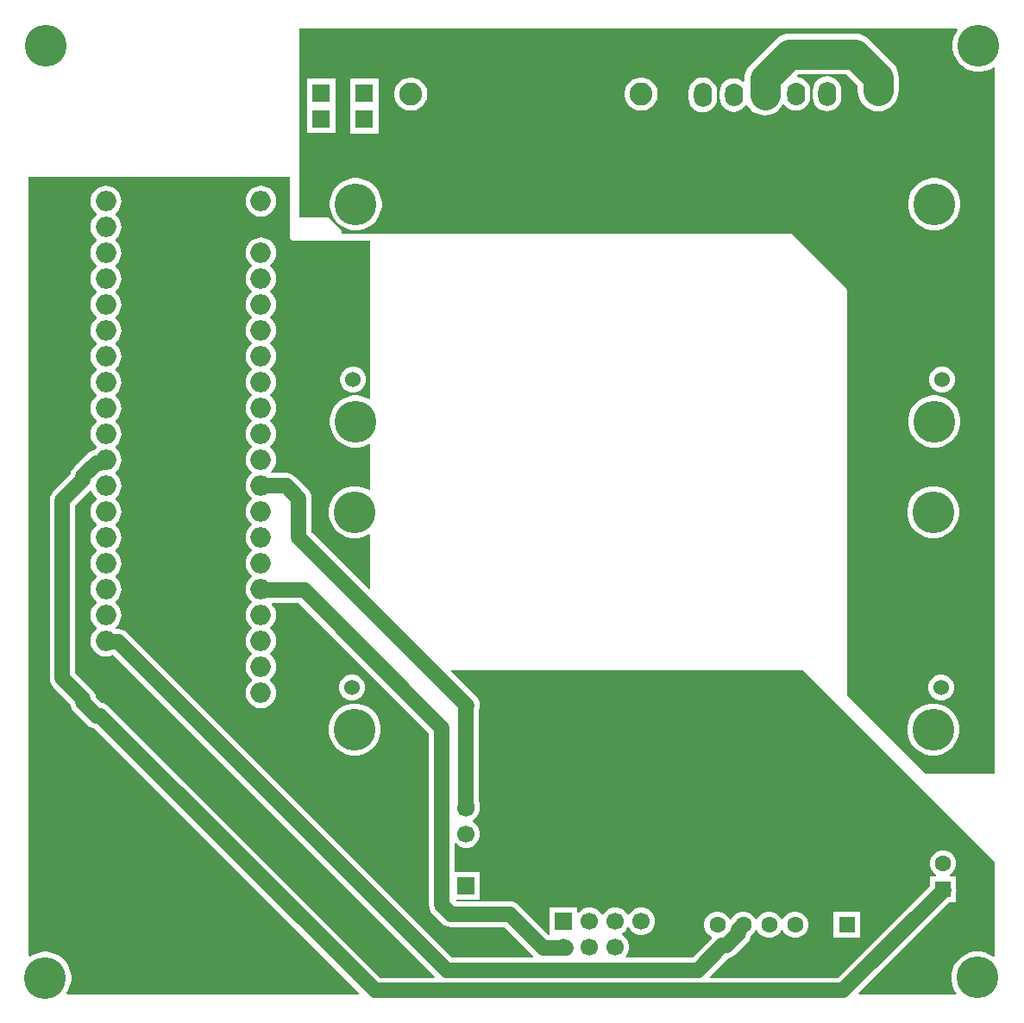
<source format=gtl>
G04*
G04 #@! TF.GenerationSoftware,Altium Limited,Altium Designer,24.9.1 (31)*
G04*
G04 Layer_Physical_Order=1*
G04 Layer_Color=255*
%FSTAX43Y43*%
%MOMM*%
G71*
G04*
G04 #@! TF.SameCoordinates,C11C2FBF-64C9-4446-828B-1E4E51444DE6*
G04*
G04*
G04 #@! TF.FilePolarity,Positive*
G04*
G01*
G75*
%ADD18C,1.500*%
%ADD34C,3.000*%
%ADD35C,1.600*%
%ADD36R,1.600X1.600*%
%ADD37C,1.700*%
%ADD38R,1.700X1.700*%
%ADD39R,1.700X1.700*%
%ADD40C,1.524*%
%ADD41C,4.100*%
%ADD42O,1.778X2.413*%
%ADD43O,1.778X2.286*%
%ADD44C,2.250*%
%ADD45R,1.600X1.600*%
%ADD46C,2.794*%
%ADD47O,2.000X2.000*%
%ADD48R,1.800X1.800*%
%ADD49C,1.270*%
G36*
X005162Y010245D02*
X005188Y010219D01*
X005946D01*
Y0086757D01*
X0059348Y0086697D01*
X0059277Y0086745D01*
X0058813Y0086937D01*
X005832Y0087035D01*
X0057818D01*
X0057325Y0086937D01*
X0056861Y0086745D01*
X0056443Y0086466D01*
X0056088Y0086111D01*
X0055809Y0085693D01*
X0055617Y0085229D01*
X0055519Y0084736D01*
Y0084234D01*
X0055617Y0083741D01*
X0055809Y0083277D01*
X0056088Y0082859D01*
X0056443Y0082504D01*
X0056861Y0082225D01*
X0057325Y0082033D01*
X0057818Y0081935D01*
X005832D01*
X0058813Y0082033D01*
X0059277Y0082225D01*
X0059348Y0082273D01*
X005946Y0082213D01*
Y0077796D01*
X0059348Y0077736D01*
X0059177Y0077851D01*
X0058713Y0078043D01*
X005822Y0078141D01*
X0057718D01*
X0057225Y0078043D01*
X0056761Y0077851D01*
X0056343Y0077572D01*
X0055988Y0077217D01*
X0055709Y0076799D01*
X0055517Y0076335D01*
X0055419Y0075842D01*
Y007534D01*
X0055517Y0074847D01*
X0055709Y0074383D01*
X0055988Y0073965D01*
X0056343Y007361D01*
X0056761Y0073331D01*
X0057225Y0073139D01*
X0057718Y0073041D01*
X005822D01*
X0058713Y0073139D01*
X0059177Y0073331D01*
X0059348Y0073446D01*
X005946Y0073386D01*
Y0068068D01*
X0059343Y0068019D01*
X0053741Y0073621D01*
Y007695D01*
X0053698Y0077276D01*
X0053572Y007758D01*
X0053372Y0077842D01*
X0052141Y0079072D01*
X005188Y0079273D01*
X0051575Y0079399D01*
X0051249Y0079442D01*
X0049761D01*
X0049715Y0079569D01*
X004982Y0079655D01*
X0050008Y0079883D01*
X0050147Y0080144D01*
X0050233Y0080427D01*
X0050262Y0080721D01*
X0050233Y0081015D01*
X0050147Y0081298D01*
X0050008Y0081558D01*
X004982Y0081787D01*
X0049671Y0081909D01*
Y0082073D01*
X004982Y0082195D01*
X0050008Y0082423D01*
X0050147Y0082684D01*
X0050233Y0082967D01*
X0050262Y0083261D01*
X0050233Y0083555D01*
X0050147Y0083838D01*
X0050008Y0084098D01*
X004982Y0084327D01*
X0049671Y0084449D01*
Y0084613D01*
X004982Y0084735D01*
X0050008Y0084963D01*
X0050147Y0085224D01*
X0050233Y0085507D01*
X0050262Y0085801D01*
X0050233Y0086095D01*
X0050147Y0086378D01*
X0050008Y0086638D01*
X004982Y0086867D01*
X0049671Y0086989D01*
Y0087153D01*
X004982Y0087275D01*
X0050008Y0087503D01*
X0050147Y0087764D01*
X0050233Y0088047D01*
X0050262Y0088341D01*
X0050233Y0088635D01*
X0050147Y0088918D01*
X0050008Y0089178D01*
X004982Y0089407D01*
X0049671Y0089529D01*
Y0089693D01*
X004982Y0089815D01*
X0050008Y0090043D01*
X0050147Y0090304D01*
X0050233Y0090587D01*
X0050262Y0090881D01*
X0050233Y0091175D01*
X0050147Y0091458D01*
X0050008Y0091718D01*
X004982Y0091947D01*
X0049671Y0092069D01*
Y0092233D01*
X004982Y0092355D01*
X0050008Y0092583D01*
X0050147Y0092844D01*
X0050233Y0093127D01*
X0050262Y0093421D01*
X0050233Y0093715D01*
X0050147Y0093998D01*
X0050008Y0094258D01*
X004982Y0094487D01*
X0049671Y0094609D01*
Y0094773D01*
X004982Y0094895D01*
X0050008Y0095123D01*
X0050147Y0095384D01*
X0050233Y0095667D01*
X0050262Y0095961D01*
X0050233Y0096255D01*
X0050147Y0096538D01*
X0050008Y0096798D01*
X004982Y0097027D01*
X0049671Y0097149D01*
Y0097313D01*
X004982Y0097435D01*
X0050008Y0097663D01*
X0050147Y0097924D01*
X0050233Y0098207D01*
X0050262Y0098501D01*
X0050233Y0098795D01*
X0050147Y0099078D01*
X0050008Y0099338D01*
X004982Y0099567D01*
X0049671Y0099689D01*
Y0099853D01*
X004982Y0099975D01*
X0050008Y0100203D01*
X0050147Y0100464D01*
X0050233Y0100747D01*
X0050262Y0101041D01*
X0050233Y0101335D01*
X0050147Y0101618D01*
X0050008Y0101878D01*
X004982Y0102107D01*
X0049592Y0102294D01*
X0049331Y0102433D01*
X0049049Y0102519D01*
X0048755Y0102548D01*
X0048461Y0102519D01*
X0048178Y0102433D01*
X0047917Y0102294D01*
X0047689Y0102107D01*
X0047501Y0101878D01*
X0047362Y0101618D01*
X0047276Y0101335D01*
X0047247Y0101041D01*
X0047276Y0100747D01*
X0047362Y0100464D01*
X0047501Y0100203D01*
X0047689Y0099975D01*
X0047838Y0099853D01*
Y0099689D01*
X0047689Y0099567D01*
X0047501Y0099338D01*
X0047362Y0099078D01*
X0047276Y0098795D01*
X0047247Y0098501D01*
X0047276Y0098207D01*
X0047362Y0097924D01*
X0047501Y0097663D01*
X0047689Y0097435D01*
X0047838Y0097313D01*
Y0097149D01*
X0047689Y0097027D01*
X0047501Y0096798D01*
X0047362Y0096538D01*
X0047276Y0096255D01*
X0047247Y0095961D01*
X0047276Y0095667D01*
X0047362Y0095384D01*
X0047501Y0095123D01*
X0047689Y0094895D01*
X0047838Y0094773D01*
Y0094609D01*
X0047689Y0094487D01*
X0047501Y0094258D01*
X0047362Y0093998D01*
X0047276Y0093715D01*
X0047247Y0093421D01*
X0047276Y0093127D01*
X0047362Y0092844D01*
X0047501Y0092583D01*
X0047689Y0092355D01*
X0047838Y0092233D01*
Y0092069D01*
X0047689Y0091947D01*
X0047501Y0091718D01*
X0047362Y0091458D01*
X0047276Y0091175D01*
X0047247Y0090881D01*
X0047276Y0090587D01*
X0047362Y0090304D01*
X0047501Y0090043D01*
X0047689Y0089815D01*
X0047838Y0089693D01*
Y0089529D01*
X0047689Y0089407D01*
X0047501Y0089178D01*
X0047362Y0088918D01*
X0047276Y0088635D01*
X0047247Y0088341D01*
X0047276Y0088047D01*
X0047362Y0087764D01*
X0047501Y0087503D01*
X0047689Y0087275D01*
X0047838Y0087153D01*
Y0086989D01*
X0047689Y0086867D01*
X0047501Y0086638D01*
X0047362Y0086378D01*
X0047276Y0086095D01*
X0047247Y0085801D01*
X0047276Y0085507D01*
X0047362Y0085224D01*
X0047501Y0084963D01*
X0047689Y0084735D01*
X0047838Y0084613D01*
Y0084449D01*
X0047689Y0084327D01*
X0047501Y0084098D01*
X0047362Y0083838D01*
X0047276Y0083555D01*
X0047247Y0083261D01*
X0047276Y0082967D01*
X0047362Y0082684D01*
X0047501Y0082423D01*
X0047689Y0082195D01*
X0047838Y0082073D01*
Y0081909D01*
X0047689Y0081787D01*
X0047501Y0081558D01*
X0047362Y0081298D01*
X0047276Y0081015D01*
X0047247Y0080721D01*
X0047276Y0080427D01*
X0047362Y0080144D01*
X0047501Y0079883D01*
X0047689Y0079655D01*
X0047838Y0079533D01*
Y0079369D01*
X0047689Y0079247D01*
X0047501Y0079018D01*
X0047362Y0078758D01*
X0047276Y0078475D01*
X0047247Y0078181D01*
X0047276Y0077887D01*
X0047362Y0077604D01*
X0047501Y0077343D01*
X0047689Y0077115D01*
X0047838Y0076993D01*
Y0076829D01*
X0047689Y0076707D01*
X0047501Y0076478D01*
X0047362Y0076218D01*
X0047276Y0075935D01*
X0047247Y0075641D01*
X0047276Y0075347D01*
X0047362Y0075064D01*
X0047501Y0074803D01*
X0047689Y0074575D01*
X0047838Y0074453D01*
Y0074289D01*
X0047689Y0074167D01*
X0047501Y0073938D01*
X0047362Y0073678D01*
X0047276Y0073395D01*
X0047247Y0073101D01*
X0047276Y0072807D01*
X0047362Y0072524D01*
X0047501Y0072263D01*
X0047689Y0072035D01*
X0047838Y0071913D01*
Y0071749D01*
X0047689Y0071627D01*
X0047501Y0071398D01*
X0047362Y0071138D01*
X0047276Y0070855D01*
X0047247Y0070561D01*
X0047276Y0070267D01*
X0047362Y0069984D01*
X0047501Y0069723D01*
X0047689Y0069495D01*
X0047838Y0069373D01*
Y0069209D01*
X0047689Y0069087D01*
X0047501Y0068858D01*
X0047362Y0068598D01*
X0047276Y0068315D01*
X0047247Y0068021D01*
X0047276Y0067727D01*
X0047362Y0067444D01*
X0047501Y0067183D01*
X0047689Y0066955D01*
X0047838Y0066833D01*
Y0066669D01*
X0047689Y0066547D01*
X0047501Y0066318D01*
X0047362Y0066058D01*
X0047276Y0065775D01*
X0047247Y0065481D01*
X0047276Y0065187D01*
X0047362Y0064904D01*
X0047501Y0064643D01*
X0047689Y0064415D01*
X0047838Y0064293D01*
Y0064129D01*
X0047689Y0064007D01*
X0047501Y0063778D01*
X0047362Y0063518D01*
X0047276Y0063235D01*
X0047247Y0062941D01*
X0047276Y0062647D01*
X0047362Y0062364D01*
X0047501Y0062103D01*
X0047689Y0061875D01*
X0047838Y0061753D01*
Y0061589D01*
X0047689Y0061467D01*
X0047501Y0061238D01*
X0047362Y0060978D01*
X0047276Y0060695D01*
X0047247Y0060401D01*
X0047276Y0060107D01*
X0047362Y0059824D01*
X0047501Y0059563D01*
X0047689Y0059335D01*
X0047855Y0059198D01*
X0047861Y0059189D01*
Y0059047D01*
X0047855Y0059038D01*
X0047689Y0058901D01*
X0047501Y0058673D01*
X0047362Y0058412D01*
X0047276Y005813D01*
X0047247Y0057835D01*
X0047276Y0057541D01*
X0047362Y0057259D01*
X0047501Y0056998D01*
X0047689Y005677D01*
X0047917Y0056582D01*
X0048178Y0056443D01*
X0048461Y0056357D01*
X0048755Y0056328D01*
X0049049Y0056357D01*
X0049331Y0056443D01*
X0049592Y0056582D01*
X004982Y005677D01*
X0050008Y0056998D01*
X0050147Y0057259D01*
X0050233Y0057541D01*
X0050262Y0057835D01*
X0050233Y005813D01*
X0050147Y0058412D01*
X0050008Y0058673D01*
X004982Y0058901D01*
X0049654Y0059038D01*
X0049649Y0059047D01*
Y0059189D01*
X0049654Y0059198D01*
X004982Y0059335D01*
X0050008Y0059563D01*
X0050147Y0059824D01*
X0050233Y0060107D01*
X0050262Y0060401D01*
X0050233Y0060695D01*
X0050147Y0060978D01*
X0050008Y0061238D01*
X004982Y0061467D01*
X0049671Y0061589D01*
Y0061753D01*
X004982Y0061875D01*
X0050008Y0062103D01*
X0050147Y0062364D01*
X0050233Y0062647D01*
X0050262Y0062941D01*
X0050233Y0063235D01*
X0050147Y0063518D01*
X0050008Y0063778D01*
X004982Y0064007D01*
X0049671Y0064129D01*
Y0064293D01*
X004982Y0064415D01*
X0050008Y0064643D01*
X0050147Y0064904D01*
X0050233Y0065187D01*
X0050262Y0065481D01*
X0050233Y0065775D01*
X0050147Y0066058D01*
X0050008Y0066318D01*
X0049828Y0066537D01*
X0049837Y0066594D01*
X0049863Y0066664D01*
X0052473D01*
X0065259Y0053878D01*
Y0037009D01*
X0065302Y0036682D01*
X0065428Y0036378D01*
X0065628Y0036117D01*
X0066507Y0035238D01*
X0066768Y0035038D01*
X0067072Y0034912D01*
X0067399Y0034869D01*
X0072628D01*
X0075489Y0032008D01*
X0075437Y0031881D01*
X0067485D01*
X003564Y0063726D01*
X0035379Y0063926D01*
X0035075Y0064052D01*
X0034748Y0064095D01*
X0034485D01*
X0034457Y0064118D01*
Y0064282D01*
X0034606Y0064404D01*
X0034793Y0064633D01*
X0034933Y0064893D01*
X0035018Y0065176D01*
X0035047Y006547D01*
X0035018Y0065764D01*
X0034933Y0066047D01*
X0034793Y0066307D01*
X0034606Y0066536D01*
X0034457Y0066658D01*
Y0066822D01*
X0034606Y0066944D01*
X0034793Y0067173D01*
X0034933Y0067433D01*
X0035018Y0067716D01*
X0035047Y006801D01*
X0035018Y0068304D01*
X0034933Y0068587D01*
X0034793Y0068847D01*
X0034606Y0069076D01*
X0034457Y0069198D01*
Y0069362D01*
X0034606Y0069484D01*
X0034793Y0069713D01*
X0034933Y0069973D01*
X0035018Y0070256D01*
X0035047Y007055D01*
X0035018Y0070844D01*
X0034933Y0071127D01*
X0034793Y0071387D01*
X0034606Y0071616D01*
X0034457Y0071738D01*
Y0071902D01*
X0034606Y0072024D01*
X0034793Y0072253D01*
X0034933Y0072513D01*
X0035018Y0072796D01*
X0035047Y007309D01*
X0035018Y0073384D01*
X0034933Y0073667D01*
X0034793Y0073927D01*
X0034606Y0074156D01*
X0034457Y0074278D01*
Y0074442D01*
X0034606Y0074564D01*
X0034793Y0074793D01*
X0034933Y0075053D01*
X0035018Y0075336D01*
X0035047Y007563D01*
X0035018Y0075924D01*
X0034933Y0076207D01*
X0034793Y0076467D01*
X0034606Y0076696D01*
X0034457Y0076818D01*
Y0076982D01*
X0034606Y0077104D01*
X0034793Y0077333D01*
X0034933Y0077593D01*
X0035018Y0077876D01*
X0035047Y007817D01*
X0035018Y0078464D01*
X0034933Y0078747D01*
X0034793Y0079007D01*
X0034606Y0079236D01*
X0034457Y0079358D01*
Y0079522D01*
X0034606Y0079644D01*
X0034793Y0079873D01*
X0034933Y0080133D01*
X0035018Y0080416D01*
X0035047Y008071D01*
X0035018Y0081004D01*
X0034933Y0081287D01*
X0034793Y0081547D01*
X0034606Y0081776D01*
X0034457Y0081898D01*
Y0082062D01*
X0034606Y0082184D01*
X0034793Y0082413D01*
X0034933Y0082673D01*
X0035018Y0082956D01*
X0035047Y008325D01*
X0035018Y0083544D01*
X0034933Y0083827D01*
X0034793Y0084087D01*
X0034606Y0084316D01*
X0034457Y0084438D01*
Y0084602D01*
X0034606Y0084724D01*
X0034793Y0084953D01*
X0034933Y0085213D01*
X0035018Y0085496D01*
X0035047Y008579D01*
X0035018Y0086084D01*
X0034933Y0086367D01*
X0034793Y0086627D01*
X0034606Y0086856D01*
X0034457Y0086978D01*
Y0087142D01*
X0034606Y0087264D01*
X0034793Y0087493D01*
X0034933Y0087753D01*
X0035018Y0088036D01*
X0035047Y008833D01*
X0035018Y0088624D01*
X0034933Y0088907D01*
X0034793Y0089167D01*
X0034606Y0089396D01*
X0034457Y0089518D01*
Y0089682D01*
X0034606Y0089804D01*
X0034793Y0090033D01*
X0034933Y0090293D01*
X0035018Y0090576D01*
X0035047Y009087D01*
X0035018Y0091164D01*
X0034933Y0091447D01*
X0034793Y0091707D01*
X0034606Y0091936D01*
X0034457Y0092058D01*
Y0092222D01*
X0034606Y0092344D01*
X0034793Y0092573D01*
X0034933Y0092833D01*
X0035018Y0093116D01*
X0035047Y009341D01*
X0035018Y0093704D01*
X0034933Y0093987D01*
X0034793Y0094247D01*
X0034606Y0094476D01*
X0034457Y0094598D01*
Y0094762D01*
X0034606Y0094884D01*
X0034793Y0095113D01*
X0034933Y0095373D01*
X0035018Y0095656D01*
X0035047Y009595D01*
X0035018Y0096244D01*
X0034933Y0096527D01*
X0034793Y0096787D01*
X0034606Y0097016D01*
X0034457Y0097138D01*
Y0097302D01*
X0034606Y0097424D01*
X0034793Y0097653D01*
X0034933Y0097913D01*
X0035018Y0098196D01*
X0035047Y009849D01*
X0035018Y0098784D01*
X0034933Y0099067D01*
X0034793Y0099327D01*
X0034606Y0099556D01*
X0034457Y0099678D01*
Y0099842D01*
X0034606Y0099964D01*
X0034793Y0100193D01*
X0034933Y0100453D01*
X0035018Y0100736D01*
X0035047Y010103D01*
X0035018Y0101324D01*
X0034933Y0101607D01*
X0034793Y0101867D01*
X0034606Y0102096D01*
X0034457Y0102218D01*
Y0102382D01*
X0034606Y0102504D01*
X0034793Y0102733D01*
X0034933Y0102993D01*
X0035018Y0103276D01*
X0035047Y010357D01*
X0035018Y0103864D01*
X0034933Y0104147D01*
X0034793Y0104407D01*
X0034606Y0104636D01*
X0034457Y0104758D01*
Y0104922D01*
X0034606Y0105044D01*
X0034793Y0105273D01*
X0034933Y0105533D01*
X0035018Y0105816D01*
X0035047Y010611D01*
X0035018Y0106404D01*
X0034933Y0106687D01*
X0034793Y0106947D01*
X0034606Y0107176D01*
X0034377Y0107363D01*
X0034117Y0107503D01*
X0033834Y0107588D01*
X003354Y0107617D01*
X0033246Y0107588D01*
X0032963Y0107503D01*
X0032703Y0107363D01*
X0032474Y0107176D01*
X0032287Y0106947D01*
X0032147Y0106687D01*
X0032062Y0106404D01*
X0032033Y010611D01*
X0032062Y0105816D01*
X0032147Y0105533D01*
X0032287Y0105273D01*
X0032474Y0105044D01*
X0032623Y0104922D01*
Y0104758D01*
X0032474Y0104636D01*
X0032287Y0104407D01*
X0032147Y0104147D01*
X0032062Y0103864D01*
X0032033Y010357D01*
X0032062Y0103276D01*
X0032147Y0102993D01*
X0032287Y0102733D01*
X0032474Y0102504D01*
X0032623Y0102382D01*
Y0102218D01*
X0032474Y0102096D01*
X0032287Y0101867D01*
X0032147Y0101607D01*
X0032062Y0101324D01*
X0032033Y010103D01*
X0032062Y0100736D01*
X0032147Y0100453D01*
X0032287Y0100193D01*
X0032474Y0099964D01*
X0032623Y0099842D01*
Y0099678D01*
X0032474Y0099556D01*
X0032287Y0099327D01*
X0032147Y0099067D01*
X0032062Y0098784D01*
X0032033Y009849D01*
X0032062Y0098196D01*
X0032147Y0097913D01*
X0032287Y0097653D01*
X0032474Y0097424D01*
X0032623Y0097302D01*
Y0097138D01*
X0032474Y0097016D01*
X0032287Y0096787D01*
X0032147Y0096527D01*
X0032062Y0096244D01*
X0032033Y009595D01*
X0032062Y0095656D01*
X0032147Y0095373D01*
X0032287Y0095113D01*
X0032474Y0094884D01*
X0032623Y0094762D01*
Y0094598D01*
X0032474Y0094476D01*
X0032287Y0094247D01*
X0032147Y0093987D01*
X0032062Y0093704D01*
X0032033Y009341D01*
X0032062Y0093116D01*
X0032147Y0092833D01*
X0032287Y0092573D01*
X0032474Y0092344D01*
X0032623Y0092222D01*
Y0092058D01*
X0032474Y0091936D01*
X0032287Y0091707D01*
X0032147Y0091447D01*
X0032062Y0091164D01*
X0032033Y009087D01*
X0032062Y0090576D01*
X0032147Y0090293D01*
X0032287Y0090033D01*
X0032474Y0089804D01*
X0032623Y0089682D01*
Y0089518D01*
X0032474Y0089396D01*
X0032287Y0089167D01*
X0032147Y0088907D01*
X0032062Y0088624D01*
X0032033Y008833D01*
X0032062Y0088036D01*
X0032147Y0087753D01*
X0032287Y0087493D01*
X0032474Y0087264D01*
X0032623Y0087142D01*
Y0086978D01*
X0032474Y0086856D01*
X0032287Y0086627D01*
X0032147Y0086367D01*
X0032062Y0086084D01*
X0032033Y008579D01*
X0032062Y0085496D01*
X0032147Y0085213D01*
X0032287Y0084953D01*
X0032474Y0084724D01*
X0032623Y0084602D01*
Y0084438D01*
X0032474Y0084316D01*
X0032287Y0084087D01*
X0032147Y0083827D01*
X0032062Y0083544D01*
X0032033Y008325D01*
X0032062Y0082956D01*
X0032147Y0082673D01*
X0032287Y0082413D01*
X0032474Y0082184D01*
X0032623Y0082062D01*
Y0081898D01*
X0032474Y0081776D01*
X0032371Y008165D01*
X0032282Y0081638D01*
X0031978Y0081512D01*
X0031717Y0081312D01*
X0030398Y0079993D01*
X0030198Y0079732D01*
X0030072Y0079428D01*
X0030056Y0079303D01*
X0028388Y0077636D01*
X0028188Y0077374D01*
X0028062Y007707D01*
X0028019Y0076744D01*
Y0059276D01*
X0028062Y005895D01*
X0028188Y0058646D01*
X0028388Y0058384D01*
X0030056Y0056717D01*
X0030072Y0056592D01*
X0030198Y0056288D01*
X0030398Y0056027D01*
X0031717Y0054708D01*
X0031978Y0054508D01*
X0032282Y0054382D01*
X0032407Y0054366D01*
X0058406Y0028367D01*
X0058357Y0028249D01*
X002972D01*
X0029652Y0028376D01*
X002985Y0028672D01*
X0030042Y0029136D01*
X003014Y0029629D01*
Y0030131D01*
X0030042Y0030624D01*
X002985Y0031088D01*
X0029571Y0031506D01*
X0029216Y0031861D01*
X0028798Y003214D01*
X0028334Y0032332D01*
X0027841Y003243D01*
X0027339D01*
X0026846Y0032332D01*
X0026382Y003214D01*
X0026091Y0031946D01*
X0025979Y0032005D01*
Y010847D01*
X005162D01*
Y010245D01*
D02*
G37*
G36*
X0117131Y0122904D02*
X011692Y0122588D01*
X0116728Y0122124D01*
X011663Y0121631D01*
Y0121129D01*
X0116728Y0120636D01*
X011692Y0120172D01*
X0117199Y0119754D01*
X0117554Y0119399D01*
X0117972Y011912D01*
X0118436Y0118928D01*
X0118929Y011883D01*
X0119431D01*
X0119924Y0118928D01*
X0120388Y011912D01*
X0120649Y0119295D01*
X0120761Y0119235D01*
Y004993D01*
X011402D01*
X010633Y005762D01*
Y009744D01*
X010088Y010289D01*
X005665D01*
Y010322D01*
X005537Y01045D01*
X00525D01*
Y0123031D01*
X0117063D01*
X0117131Y0122904D01*
D02*
G37*
G36*
X0120761Y0041239D02*
Y0031997D01*
X0120634Y0031929D01*
X0120288Y003216D01*
X0119824Y0032352D01*
X0119331Y003245D01*
X0118829D01*
X0118336Y0032352D01*
X0117872Y003216D01*
X0117454Y0031881D01*
X0117099Y0031526D01*
X011682Y0031108D01*
X0116628Y0030644D01*
X011653Y0030151D01*
Y0029649D01*
X0116628Y0029156D01*
X011682Y0028692D01*
X0117031Y0028376D01*
X0116963Y0028249D01*
X0107458D01*
X010741Y0028367D01*
X0116303Y003726D01*
X0117D01*
Y0038408D01*
X0117011Y003849D01*
X0117Y0038572D01*
Y003986D01*
X0116406D01*
X0116372Y0039987D01*
X0116498Y004006D01*
X011674Y0040302D01*
X0116911Y0040598D01*
X0117Y0040929D01*
Y0041271D01*
X0116911Y0041602D01*
X011674Y0041898D01*
X0116498Y004214D01*
X0116202Y0042311D01*
X0115871Y00424D01*
X0115529D01*
X0115198Y0042311D01*
X0114902Y004214D01*
X011466Y0041898D01*
X0114489Y0041602D01*
X01144Y0041271D01*
Y0040929D01*
X0114489Y0040598D01*
X011466Y0040302D01*
X0114902Y004006D01*
X0115028Y0039987D01*
X0114994Y003986D01*
X01144D01*
Y0038923D01*
X0105358Y0029881D01*
X0092851D01*
X0092802Y0029998D01*
X00946Y0031796D01*
X0094725Y0031812D01*
X009503Y0031938D01*
X0095291Y0032138D01*
X0096492Y0033339D01*
X0096692Y00336D01*
X0096818Y0033905D01*
X0096831Y0034007D01*
X0096888Y003404D01*
X009713Y0034282D01*
X0097292Y0034561D01*
X009736Y003457D01*
X0097428Y0034561D01*
X009759Y0034282D01*
X0097832Y003404D01*
X0098128Y0033869D01*
X0098459Y003378D01*
X0098801D01*
X0099132Y0033869D01*
X0099428Y003404D01*
X009967Y0034282D01*
X0099832Y0034561D01*
X00999Y003457D01*
X0099968Y0034561D01*
X010013Y0034282D01*
X0100372Y003404D01*
X0100668Y0033869D01*
X0100999Y003378D01*
X0101341D01*
X0101672Y0033869D01*
X0101968Y003404D01*
X010221Y0034282D01*
X0102381Y0034578D01*
X010247Y0034909D01*
Y0035251D01*
X0102381Y0035582D01*
X010221Y0035878D01*
X0101968Y003612D01*
X0101672Y0036291D01*
X0101341Y003638D01*
X0100999D01*
X0100668Y0036291D01*
X0100372Y003612D01*
X010013Y0035878D01*
X0099968Y0035599D01*
X00999Y003559D01*
X0099832Y0035599D01*
X009967Y0035878D01*
X0099428Y003612D01*
X0099132Y0036291D01*
X0098801Y003638D01*
X0098459D01*
X0098128Y0036291D01*
X0097832Y003612D01*
X009759Y0035878D01*
X0097428Y0035599D01*
X009736Y003559D01*
X0097292Y0035599D01*
X009713Y0035878D01*
X0096888Y003612D01*
X0096592Y0036291D01*
X0096261Y003638D01*
X0095919D01*
X0095588Y0036291D01*
X0095292Y003612D01*
X009505Y0035878D01*
X0094937Y0035683D01*
X0094875Y0035621D01*
X0094723Y0035648D01*
X009459Y0035878D01*
X0094348Y003612D01*
X0094052Y0036291D01*
X0093721Y003638D01*
X0093379D01*
X0093048Y0036291D01*
X0092752Y003612D01*
X009251Y0035878D01*
X0092339Y0035582D01*
X009225Y0035251D01*
Y0034909D01*
X0092339Y0034578D01*
X009251Y0034282D01*
X0092752Y003404D01*
X0092971Y0033913D01*
X0092995Y0033757D01*
X0091119Y0031881D01*
X0084596D01*
X0084547Y0031998D01*
X008462Y0032071D01*
X0084798Y0032379D01*
X008489Y0032722D01*
Y0033078D01*
X0084798Y0033421D01*
X008462Y0033729D01*
X0084369Y003398D01*
X0084167Y0034097D01*
Y0034243D01*
X0084369Y003436D01*
X008462Y0034611D01*
X0084737Y0034813D01*
X0084883D01*
X0085Y0034611D01*
X0085251Y003436D01*
X0085559Y0034182D01*
X0085902Y003409D01*
X0086258D01*
X0086601Y0034182D01*
X0086909Y003436D01*
X008716Y0034611D01*
X0087338Y0034919D01*
X008743Y0035262D01*
Y0035618D01*
X0087338Y0035961D01*
X008716Y0036269D01*
X0086909Y003652D01*
X0086601Y0036698D01*
X0086258Y003679D01*
X0085902D01*
X0085559Y0036698D01*
X0085251Y003652D01*
X0085Y0036269D01*
X0084883Y0036067D01*
X0084737D01*
X008462Y0036269D01*
X0084369Y003652D01*
X0084061Y0036698D01*
X0083718Y003679D01*
X0083362D01*
X0083019Y0036698D01*
X0082711Y003652D01*
X008246Y0036269D01*
X0082343Y0036067D01*
X0082197D01*
X008208Y0036269D01*
X0081829Y003652D01*
X0081521Y0036698D01*
X0081178Y003679D01*
X0080822D01*
X0080479Y0036698D01*
X0080171Y003652D01*
X0079937Y0036286D01*
X007981Y0036311D01*
Y003679D01*
X007711D01*
Y0034093D01*
X007699Y0034073D01*
X0074042Y0037022D01*
X007378Y0037222D01*
X0073476Y0037348D01*
X007315Y0037391D01*
X0067962D01*
X0067914Y0037453D01*
X0067975Y003758D01*
X0070254D01*
Y004028D01*
X0067781D01*
Y0043045D01*
X0067908Y0043097D01*
X0068075Y004293D01*
X0068383Y0042752D01*
X0068726Y004266D01*
X0069082D01*
X0069425Y0042752D01*
X0069733Y004293D01*
X0069984Y0043181D01*
X0070162Y0043489D01*
X0070254Y0043832D01*
Y0044188D01*
X0070162Y0044531D01*
X0069984Y0044839D01*
X0069733Y004509D01*
X0069531Y0045207D01*
Y0045353D01*
X0069733Y004547D01*
X0069984Y0045721D01*
X0070162Y0046029D01*
X0070254Y0046372D01*
Y0046728D01*
X0070216Y004687D01*
X0070188Y0047084D01*
X0070165Y0047139D01*
Y0056227D01*
X0070188Y0056282D01*
X0070231Y0056609D01*
X0070188Y0056935D01*
X0070062Y0057239D01*
X0069862Y00575D01*
X0067419Y0059943D01*
X0067468Y006006D01*
X010194D01*
X0120761Y0041239D01*
D02*
G37*
G36*
X0032129Y0077656D02*
X0032147Y0077593D01*
X0032287Y0077333D01*
X0032474Y0077104D01*
X0032623Y0076982D01*
Y0076818D01*
X0032474Y0076696D01*
X0032287Y0076467D01*
X0032147Y0076207D01*
X0032062Y0075924D01*
X0032033Y007563D01*
X0032062Y0075336D01*
X0032147Y0075053D01*
X0032287Y0074793D01*
X0032474Y0074564D01*
X0032623Y0074442D01*
Y0074278D01*
X0032474Y0074156D01*
X0032287Y0073927D01*
X0032147Y0073667D01*
X0032062Y0073384D01*
X0032033Y007309D01*
X0032062Y0072796D01*
X0032147Y0072513D01*
X0032287Y0072253D01*
X0032474Y0072024D01*
X0032623Y0071902D01*
Y0071738D01*
X0032474Y0071616D01*
X0032287Y0071387D01*
X0032147Y0071127D01*
X0032062Y0070844D01*
X0032033Y007055D01*
X0032062Y0070256D01*
X0032147Y0069973D01*
X0032287Y0069713D01*
X0032474Y0069484D01*
X0032623Y0069362D01*
Y0069198D01*
X0032474Y0069076D01*
X0032287Y0068847D01*
X0032147Y0068587D01*
X0032062Y0068304D01*
X0032033Y006801D01*
X0032062Y0067716D01*
X0032147Y0067433D01*
X0032287Y0067173D01*
X0032474Y0066944D01*
X0032623Y0066822D01*
Y0066658D01*
X0032474Y0066536D01*
X0032287Y0066307D01*
X0032147Y0066047D01*
X0032062Y0065764D01*
X0032033Y006547D01*
X0032062Y0065176D01*
X0032147Y0064893D01*
X0032287Y0064633D01*
X0032474Y0064404D01*
X0032623Y0064282D01*
Y0064118D01*
X0032474Y0063996D01*
X0032287Y0063767D01*
X0032147Y0063507D01*
X0032062Y0063224D01*
X0032033Y006293D01*
X0032062Y0062636D01*
X0032147Y0062353D01*
X0032287Y0062093D01*
X0032474Y0061864D01*
X0032703Y0061677D01*
X0032963Y0061537D01*
X0033246Y0061452D01*
X003354Y0061423D01*
X0033834Y0061452D01*
X0034117Y0061537D01*
X0034184Y0061574D01*
X0034226D01*
X0065801Y0029998D01*
X0065753Y0029881D01*
X0060458D01*
X0033847Y0056492D01*
X0033586Y0056692D01*
X0033282Y0056818D01*
X0033157Y0056834D01*
X0032524Y0057467D01*
X0032508Y0057592D01*
X0032382Y0057896D01*
X0032182Y0058157D01*
X0030541Y0059798D01*
Y0076222D01*
X0032005Y0077686D01*
X0032129Y0077656D01*
D02*
G37*
%LPC*%
G36*
X0048755Y0107628D02*
X0048461Y0107599D01*
X0048178Y0107513D01*
X0047917Y0107374D01*
X0047689Y0107187D01*
X0047501Y0106958D01*
X0047362Y0106698D01*
X0047276Y0106415D01*
X0047247Y0106121D01*
X0047276Y0105827D01*
X0047362Y0105544D01*
X0047501Y0105283D01*
X0047689Y0105055D01*
X0047917Y0104868D01*
X0048178Y0104728D01*
X0048461Y0104643D01*
X0048755Y0104614D01*
X0049049Y0104643D01*
X0049331Y0104728D01*
X0049592Y0104868D01*
X004982Y0105055D01*
X0050008Y0105283D01*
X0050147Y0105544D01*
X0050233Y0105827D01*
X0050262Y0106121D01*
X0050233Y0106415D01*
X0050147Y0106698D01*
X0050008Y0106958D01*
X004982Y0107187D01*
X0049592Y0107374D01*
X0049331Y0107513D01*
X0049049Y0107599D01*
X0048755Y0107628D01*
D02*
G37*
G36*
X0057976Y0089862D02*
X0057644D01*
X0057323Y0089776D01*
X0057035Y008961D01*
X00568Y0089375D01*
X0056634Y0089087D01*
X0056548Y0088766D01*
Y0088434D01*
X0056634Y0088113D01*
X00568Y0087825D01*
X0057035Y008759D01*
X0057323Y0087424D01*
X0057644Y0087338D01*
X0057976D01*
X0058297Y0087424D01*
X0058585Y008759D01*
X005882Y0087825D01*
X0058986Y0088113D01*
X0059072Y0088434D01*
Y0088766D01*
X0058986Y0089087D01*
X005882Y0089375D01*
X0058585Y008961D01*
X0058297Y0089776D01*
X0057976Y0089862D01*
D02*
G37*
G36*
X0057876Y0059632D02*
X0057544D01*
X0057223Y0059546D01*
X0056935Y005938D01*
X00567Y0059145D01*
X0056534Y0058857D01*
X0056448Y0058536D01*
Y0058204D01*
X0056534Y0057883D01*
X00567Y0057595D01*
X0056935Y005736D01*
X0057223Y0057194D01*
X0057544Y0057108D01*
X0057876D01*
X0058197Y0057194D01*
X0058485Y005736D01*
X005872Y0057595D01*
X0058886Y0057883D01*
X0058972Y0058204D01*
Y0058536D01*
X0058886Y0058857D01*
X005872Y0059145D01*
X0058485Y005938D01*
X0058197Y0059546D01*
X0057876Y0059632D01*
D02*
G37*
G36*
X005822Y0056805D02*
X0057718D01*
X0057225Y0056707D01*
X0056761Y0056515D01*
X0056343Y0056236D01*
X0055988Y0055881D01*
X0055709Y0055463D01*
X0055517Y0054999D01*
X0055419Y0054506D01*
Y0054004D01*
X0055517Y0053511D01*
X0055709Y0053047D01*
X0055988Y0052629D01*
X0056343Y0052274D01*
X0056761Y0051995D01*
X0057225Y0051803D01*
X0057718Y0051705D01*
X005822D01*
X0058713Y0051803D01*
X0059177Y0051995D01*
X0059595Y0052274D01*
X005995Y0052629D01*
X0060229Y0053047D01*
X0060421Y0053511D01*
X0060519Y0054004D01*
Y0054506D01*
X0060421Y0054999D01*
X0060229Y0055463D01*
X005995Y0055881D01*
X0059595Y0056236D01*
X0059177Y0056515D01*
X0058713Y0056707D01*
X005822Y0056805D01*
D02*
G37*
G36*
X008623Y0118245D02*
X008591D01*
X0085596Y0118183D01*
X00853Y011806D01*
X0085034Y0117882D01*
X0084808Y0117656D01*
X008463Y011739D01*
X0084507Y0117094D01*
X0084445Y011678D01*
Y011646D01*
X0084507Y0116146D01*
X008463Y011585D01*
X0084808Y0115584D01*
X0085034Y0115358D01*
X00853Y011518D01*
X0085596Y0115057D01*
X008591Y0114995D01*
X008623D01*
X0086544Y0115057D01*
X008684Y011518D01*
X0087106Y0115358D01*
X0087332Y0115584D01*
X008751Y011585D01*
X0087633Y0116146D01*
X0087695Y011646D01*
Y011678D01*
X0087633Y0117094D01*
X008751Y011739D01*
X0087332Y0117656D01*
X0087106Y0117882D01*
X008684Y011806D01*
X0086544Y0118183D01*
X008623Y0118245D01*
D02*
G37*
G36*
X006363D02*
X006331D01*
X0062996Y0118183D01*
X00627Y011806D01*
X0062434Y0117882D01*
X0062208Y0117656D01*
X006203Y011739D01*
X0061907Y0117094D01*
X0061845Y011678D01*
Y011646D01*
X0061907Y0116146D01*
X006203Y011585D01*
X0062208Y0115584D01*
X0062434Y0115358D01*
X00627Y011518D01*
X0062996Y0115057D01*
X006331Y0114995D01*
X006363D01*
X0063944Y0115057D01*
X006424Y011518D01*
X0064506Y0115358D01*
X0064732Y0115584D01*
X006491Y011585D01*
X0065033Y0116146D01*
X0065095Y011646D01*
Y011678D01*
X0065033Y0117094D01*
X006491Y011739D01*
X0064732Y0117656D01*
X0064506Y0117882D01*
X006424Y011806D01*
X0063944Y0118183D01*
X006363Y0118245D01*
D02*
G37*
G36*
X010431Y0118378D02*
X0103947Y0118331D01*
X010361Y0118191D01*
X0103319Y0117968D01*
X0103097Y0117678D01*
X0102957Y011734D01*
X0102909Y0116978D01*
Y0116342D01*
X0102957Y011598D01*
X0103097Y0115642D01*
X0103319Y0115352D01*
X010361Y0115129D01*
X0103947Y0114989D01*
X010431Y0114942D01*
X0104673Y0114989D01*
X010501Y0115129D01*
X0105301Y0115352D01*
X0105523Y0115642D01*
X0105663Y011598D01*
X0105711Y0116342D01*
Y0116978D01*
X0105663Y011734D01*
X0105523Y0117678D01*
X0105301Y0117968D01*
X010501Y0118191D01*
X0104673Y0118331D01*
X010431Y0118378D01*
D02*
G37*
G36*
X0100645Y012255D02*
X0100253Y0122511D01*
X0099876Y0122397D01*
X0099528Y0122211D01*
X0099224Y0121961D01*
X0099224Y0121961D01*
X0096793Y011953D01*
X0096543Y0119226D01*
X0096357Y0118878D01*
X0096243Y0118501D01*
X0096204Y0118109D01*
Y0117901D01*
X0096077Y0117839D01*
X0095866Y0118D01*
X0095529Y011814D01*
X0095166Y0118188D01*
X0094803Y011814D01*
X0094466Y0118D01*
X0094175Y0117778D01*
X0093953Y0117487D01*
X0093813Y011715D01*
X0093765Y0116787D01*
Y0116279D01*
X0093813Y0115916D01*
X0093953Y0115579D01*
X0094175Y0115288D01*
X0094466Y0115066D01*
X0094803Y0114926D01*
X0095166Y0114878D01*
X0095529Y0114926D01*
X0095866Y0115066D01*
X0096157Y0115288D01*
X009634Y0115527D01*
X0096486Y0115523D01*
X0096543Y0115416D01*
X0096793Y0115112D01*
X0097097Y0114862D01*
X0097445Y0114676D01*
X0097822Y0114562D01*
X0098214Y0114523D01*
X0098606Y0114562D01*
X0098983Y0114676D01*
X0099331Y0114862D01*
X0099635Y0115112D01*
X0099885Y0115416D01*
X0099978Y011559D01*
X0100128Y0115602D01*
X0100271Y0115415D01*
X0100562Y0115193D01*
X0100899Y0115053D01*
X0101262Y0115005D01*
X0101625Y0115053D01*
X0101962Y0115193D01*
X0102253Y0115415D01*
X0102475Y0115706D01*
X0102615Y0116043D01*
X0102663Y0116406D01*
Y0116914D01*
X0102615Y0117277D01*
X0102475Y0117614D01*
X0102253Y0117905D01*
X0101962Y0118127D01*
X0101625Y0118267D01*
X0101421Y0118294D01*
X0101375Y0118428D01*
X0101477Y011853D01*
X010623D01*
X010733Y011743D01*
Y011694D01*
X0107369Y0116548D01*
X0107483Y0116171D01*
X0107669Y0115823D01*
X0107919Y0115519D01*
X0108223Y0115269D01*
X0108571Y0115083D01*
X0108948Y0114969D01*
X010934Y011493D01*
X0109732Y0114969D01*
X0110109Y0115083D01*
X0110457Y0115269D01*
X0110761Y0115519D01*
X0111011Y0115823D01*
X0111197Y0116171D01*
X0111311Y0116548D01*
X011135Y011694D01*
Y0118263D01*
X0111311Y0118655D01*
X0111197Y0119032D01*
X0111011Y0119379D01*
X0110761Y0119684D01*
X0110761Y0119684D01*
X0108484Y0121961D01*
X0108179Y0122211D01*
X0107832Y0122397D01*
X0107455Y0122511D01*
X0107063Y012255D01*
X0100645D01*
X0100645Y012255D01*
D02*
G37*
G36*
X0092118Y0118251D02*
X0091755Y0118204D01*
X0091418Y0118064D01*
X0091127Y0117841D01*
X0090905Y0117551D01*
X0090765Y0117213D01*
X0090717Y0116851D01*
Y0116215D01*
X0090765Y0115853D01*
X0090905Y0115515D01*
X0091127Y0115225D01*
X0091418Y0115002D01*
X0091755Y0114862D01*
X0092118Y0114815D01*
X0092481Y0114862D01*
X0092818Y0115002D01*
X0093109Y0115225D01*
X0093331Y0115515D01*
X0093471Y0115853D01*
X0093519Y0116215D01*
Y0116851D01*
X0093471Y0117213D01*
X0093331Y0117551D01*
X0093109Y0117841D01*
X0092818Y0118064D01*
X0092481Y0118204D01*
X0092118Y0118251D01*
D02*
G37*
G36*
X005607Y011815D02*
X005327D01*
Y011535D01*
Y011281D01*
X005607D01*
Y011535D01*
Y011815D01*
D02*
G37*
G36*
X006031Y011811D02*
X005751D01*
Y011531D01*
Y011277D01*
X006031D01*
Y011531D01*
Y011811D01*
D02*
G37*
G36*
X0115089Y0108371D02*
X0114587D01*
X0114094Y0108273D01*
X011363Y0108081D01*
X0113212Y0107802D01*
X0112857Y0107447D01*
X0112578Y0107029D01*
X0112386Y0106565D01*
X0112288Y0106072D01*
Y010557D01*
X0112386Y0105077D01*
X0112578Y0104613D01*
X0112857Y0104195D01*
X0113212Y010384D01*
X011363Y0103561D01*
X0114094Y0103369D01*
X0114587Y0103271D01*
X0115089D01*
X0115582Y0103369D01*
X0116046Y0103561D01*
X0116464Y010384D01*
X0116819Y0104195D01*
X0117098Y0104613D01*
X011729Y0105077D01*
X0117388Y010557D01*
Y0106072D01*
X011729Y0106565D01*
X0117098Y0107029D01*
X0116819Y0107447D01*
X0116464Y0107802D01*
X0116046Y0108081D01*
X0115582Y0108273D01*
X0115089Y0108371D01*
D02*
G37*
G36*
X005832D02*
X0057818D01*
X0057325Y0108273D01*
X0056861Y0108081D01*
X0056443Y0107802D01*
X0056088Y0107447D01*
X0055809Y0107029D01*
X0055617Y0106565D01*
X0055519Y0106072D01*
Y010557D01*
X0055617Y0105077D01*
X0055809Y0104613D01*
X0056088Y0104195D01*
X0056443Y010384D01*
X0056861Y0103561D01*
X0057325Y0103369D01*
X0057818Y0103271D01*
X005832D01*
X0058813Y0103369D01*
X0059277Y0103561D01*
X0059695Y010384D01*
X006005Y0104195D01*
X0060329Y0104613D01*
X0060521Y0105077D01*
X0060619Y010557D01*
Y0106072D01*
X0060521Y0106565D01*
X0060329Y0107029D01*
X006005Y0107447D01*
X0059695Y0107802D01*
X0059277Y0108081D01*
X0058813Y0108273D01*
X005832Y0108371D01*
D02*
G37*
G36*
X0115756Y0089862D02*
X0115424D01*
X0115103Y0089776D01*
X0114815Y008961D01*
X011458Y0089375D01*
X0114414Y0089087D01*
X0114328Y0088766D01*
Y0088434D01*
X0114414Y0088113D01*
X011458Y0087825D01*
X0114815Y008759D01*
X0115103Y0087424D01*
X0115424Y0087338D01*
X0115756D01*
X0116077Y0087424D01*
X0116365Y008759D01*
X01166Y0087825D01*
X0116766Y0088113D01*
X0116852Y0088434D01*
Y0088766D01*
X0116766Y0089087D01*
X01166Y0089375D01*
X0116365Y008961D01*
X0116077Y0089776D01*
X0115756Y0089862D01*
D02*
G37*
G36*
X0115089Y0087035D02*
X0114587D01*
X0114094Y0086937D01*
X011363Y0086745D01*
X0113212Y0086466D01*
X0112857Y0086111D01*
X0112578Y0085693D01*
X0112386Y0085229D01*
X0112288Y0084736D01*
Y0084234D01*
X0112386Y0083741D01*
X0112578Y0083277D01*
X0112857Y0082859D01*
X0113212Y0082504D01*
X011363Y0082225D01*
X0114094Y0082033D01*
X0114587Y0081935D01*
X0115089D01*
X0115582Y0082033D01*
X0116046Y0082225D01*
X0116464Y0082504D01*
X0116819Y0082859D01*
X0117098Y0083277D01*
X011729Y0083741D01*
X0117388Y0084234D01*
Y0084736D01*
X011729Y0085229D01*
X0117098Y0085693D01*
X0116819Y0086111D01*
X0116464Y0086466D01*
X0116046Y0086745D01*
X0115582Y0086937D01*
X0115089Y0087035D01*
D02*
G37*
G36*
X0114989Y0078141D02*
X0114487D01*
X0113994Y0078043D01*
X011353Y0077851D01*
X0113112Y0077572D01*
X0112757Y0077217D01*
X0112478Y0076799D01*
X0112286Y0076335D01*
X0112188Y0075842D01*
Y007534D01*
X0112286Y0074847D01*
X0112478Y0074383D01*
X0112757Y0073965D01*
X0113112Y007361D01*
X011353Y0073331D01*
X0113994Y0073139D01*
X0114487Y0073041D01*
X0114989D01*
X0115482Y0073139D01*
X0115946Y0073331D01*
X0116364Y007361D01*
X0116719Y0073965D01*
X0116998Y0074383D01*
X011719Y0074847D01*
X0117288Y007534D01*
Y0075842D01*
X011719Y0076335D01*
X0116998Y0076799D01*
X0116719Y0077217D01*
X0116364Y0077572D01*
X0115946Y0077851D01*
X0115482Y0078043D01*
X0114989Y0078141D01*
D02*
G37*
G36*
X0115656Y0059632D02*
X0115324D01*
X0115003Y0059546D01*
X0114715Y005938D01*
X011448Y0059145D01*
X0114314Y0058857D01*
X0114228Y0058536D01*
Y0058204D01*
X0114314Y0057883D01*
X011448Y0057595D01*
X0114715Y005736D01*
X0115003Y0057194D01*
X0115324Y0057108D01*
X0115656D01*
X0115977Y0057194D01*
X0116265Y005736D01*
X01165Y0057595D01*
X0116666Y0057883D01*
X0116752Y0058204D01*
Y0058536D01*
X0116666Y0058857D01*
X01165Y0059145D01*
X0116265Y005938D01*
X0115977Y0059546D01*
X0115656Y0059632D01*
D02*
G37*
G36*
X0114989Y0056805D02*
X0114487D01*
X0113994Y0056707D01*
X011353Y0056515D01*
X0113112Y0056236D01*
X0112757Y0055881D01*
X0112478Y0055463D01*
X0112286Y0054999D01*
X0112188Y0054506D01*
Y0054004D01*
X0112286Y0053511D01*
X0112478Y0053047D01*
X0112757Y0052629D01*
X0113112Y0052274D01*
X011353Y0051995D01*
X0113994Y0051803D01*
X0114487Y0051705D01*
X0114989D01*
X0115482Y0051803D01*
X0115946Y0051995D01*
X0116364Y0052274D01*
X0116719Y0052629D01*
X0116998Y0053047D01*
X011719Y0053511D01*
X0117288Y0054004D01*
Y0054506D01*
X011719Y0054999D01*
X0116998Y0055463D01*
X0116719Y0055881D01*
X0116364Y0056236D01*
X0115946Y0056515D01*
X0115482Y0056707D01*
X0114989Y0056805D01*
D02*
G37*
G36*
X010755Y003638D02*
X010495D01*
Y003378D01*
X010755D01*
Y003638D01*
D02*
G37*
%LPD*%
D18*
X0068904Y0056543D02*
X006897Y0056609D01*
X0068904Y004655D02*
Y0056543D01*
X0067399Y003613D02*
X007315D01*
X006652Y0037009D02*
Y00544D01*
X0052995Y0067925D02*
X006652Y00544D01*
Y0037009D02*
X0067399Y003613D01*
X0068942Y004673D02*
X006897Y0046757D01*
X005248Y0073099D02*
X006897Y0056609D01*
X0068942Y0046588D02*
Y004673D01*
X0068904Y004655D02*
X0068942Y0046588D01*
X007315Y003613D02*
X007647Y003281D01*
X005248Y0073099D02*
Y007695D01*
X004885Y0067925D02*
X0052995D01*
X007647Y003281D02*
X007865D01*
X0091641Y003062D02*
X0094051Y003303D01*
X00956Y0034563D02*
X009609Y0035053D01*
Y003508D01*
X0066963Y003062D02*
X0091641D01*
X0094399Y003303D02*
X00956Y0034231D01*
X0094051Y003303D02*
X0094399D01*
X0034748Y0062834D02*
X0066963Y003062D01*
X010588Y002862D02*
X011575Y003849D01*
X00956Y0034231D02*
Y0034563D01*
X0032956Y00556D02*
X0059936Y002862D01*
X010588D01*
X0054019Y0057989D02*
Y0061891D01*
X005373Y006218D02*
X0054019Y0061891D01*
X0048755Y0078181D02*
X0051249D01*
X005248Y007695D01*
X0047924Y005265D02*
X004868D01*
X0047842Y0052569D02*
X0047924Y005265D01*
X0033636Y0062834D02*
X0034748D01*
X004868Y005265D02*
X0054019Y0057989D01*
X0032896Y008042D02*
X0032936Y008046D01*
X0033155D02*
X0033405Y008071D01*
X0032608Y008042D02*
X0032896D01*
X003129Y0078754D02*
Y0079102D01*
X0032936Y008046D02*
X0033155D01*
X003129Y0079102D02*
X0032608Y008042D01*
X0033405Y008071D02*
X003354D01*
X002928Y0059276D02*
X003129Y0057266D01*
Y0056918D02*
Y0057266D01*
X002928Y0059276D02*
Y0076744D01*
X003129Y0078754D01*
Y0056918D02*
X0032608Y00556D01*
X0032956D01*
X0048755Y0068021D02*
X004885Y0067925D01*
X003354Y006293D02*
X0033636Y0062834D01*
X003354Y006039D02*
X00405Y005343D01*
Y005265D02*
Y005343D01*
X003354Y006039D02*
X003354D01*
D34*
X0107063Y012054D02*
X010934Y0118263D01*
X0100645Y012054D02*
X0107063D01*
X0098214Y0118109D02*
X0100645Y012054D01*
X010934Y011694D02*
Y0118263D01*
X0098214Y0116533D02*
Y0118109D01*
D35*
X01157Y004364D02*
D03*
Y00411D02*
D03*
X010117Y003508D02*
D03*
X010371D02*
D03*
X009863D02*
D03*
X009609D02*
D03*
X009355D02*
D03*
D36*
X01157Y003856D02*
D03*
D37*
X0068904Y004655D02*
D03*
Y004401D02*
D03*
Y004147D02*
D03*
X007846Y00329D02*
D03*
X0081D02*
D03*
X008354D02*
D03*
X008608D02*
D03*
Y003544D02*
D03*
X008354D02*
D03*
X0081D02*
D03*
D38*
X0068904Y003893D02*
D03*
D39*
X007846Y003544D02*
D03*
D40*
X011549Y005837D02*
D03*
X005771Y007122D02*
D03*
Y005837D02*
D03*
X011537Y007122D02*
D03*
X011559Y00886D02*
D03*
X005781Y010145D02*
D03*
Y00886D02*
D03*
X011547Y010145D02*
D03*
D41*
X0114738Y0054255D02*
D03*
Y0075591D02*
D03*
X0057969Y0054255D02*
D03*
Y0075591D02*
D03*
X0114838Y0084485D02*
D03*
Y0105821D02*
D03*
X0058069Y0084485D02*
D03*
Y0105821D02*
D03*
X002759Y002988D02*
D03*
X011908Y00299D02*
D03*
X011918Y012138D02*
D03*
X00276Y01214D02*
D03*
D42*
X010431Y011666D02*
D03*
X0092118Y0116533D02*
D03*
D43*
X0101262Y011666D02*
D03*
X0098214Y0116533D02*
D03*
X0095166D02*
D03*
D44*
X006347Y011662D02*
D03*
X008607D02*
D03*
D45*
X010625Y003508D02*
D03*
D46*
X010934Y011694D02*
D03*
X011442D02*
D03*
D47*
X0048755Y0073101D02*
D03*
Y0075641D02*
D03*
Y0078181D02*
D03*
Y0080721D02*
D03*
Y0085801D02*
D03*
Y0088341D02*
D03*
Y0090881D02*
D03*
Y0083261D02*
D03*
Y0070561D02*
D03*
Y0060401D02*
D03*
Y0062941D02*
D03*
Y0065481D02*
D03*
Y0057835D02*
D03*
Y0068021D02*
D03*
X003354Y009341D02*
D03*
Y009595D02*
D03*
Y008833D02*
D03*
Y009849D02*
D03*
Y010103D02*
D03*
Y010357D02*
D03*
Y010611D02*
D03*
Y009087D02*
D03*
Y008579D02*
D03*
Y007563D02*
D03*
Y008325D02*
D03*
Y008071D02*
D03*
Y007817D02*
D03*
Y007309D02*
D03*
Y007055D02*
D03*
Y006039D02*
D03*
Y006293D02*
D03*
Y006547D02*
D03*
Y005785D02*
D03*
Y006801D02*
D03*
X0048755Y0093421D02*
D03*
Y0103581D02*
D03*
Y0095961D02*
D03*
Y0106121D02*
D03*
Y0101041D02*
D03*
Y0098501D02*
D03*
D48*
X005891Y011417D02*
D03*
Y011671D02*
D03*
X005467Y011421D02*
D03*
Y011675D02*
D03*
D49*
X005373Y006218D02*
D03*
X0047842Y0052569D02*
D03*
X00405Y005265D02*
D03*
M02*

</source>
